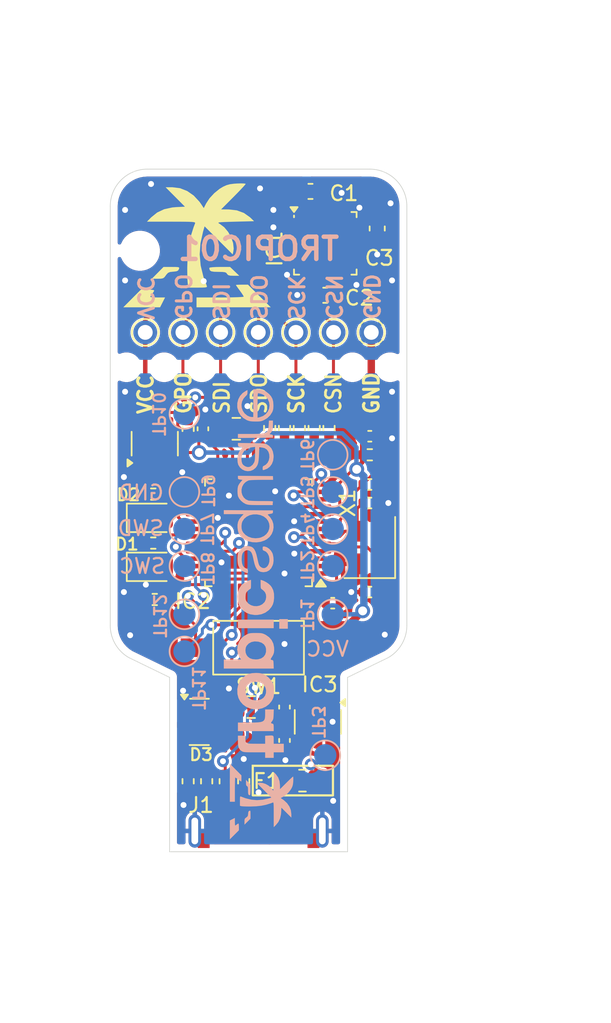
<source format=kicad_pcb>
(kicad_pcb (version 20241229) (generator "pcbnew") (generator_version "9.0")
  (layers (0 "F.Cu" signal) (2 "B.Cu" signal) (13 "F.Paste" user) (15 "B.Paste" user) (5 "F.SilkS" user "F.Silkscreen") (7 "B.SilkS" user "B.Silkscreen") (1 "F.Mask" user) (3 "B.Mask" user) (25 "Edge.Cuts" user))
  (net 0 "")
  (net 1 "GND")
  (net 2 "VCC")
  (net 3 "/USB_PWR_5V")
  (net 4 "/NRST")
  (net 5 "T_VCC")
  (net 6 "Net-(D1-A)")
  (net 7 "/USB_P")
  (net 8 "/USB_N")
  (net 9 "/T_PWR_ON")
  (net 10 "Net-(D2-A)")
  (net 11 "/SPI_MOSI")
  (net 12 "/SPI_CS")
  (net 13 "/SWCLK")
  (net 14 "/U2_TX")
  (net 15 "/SWDIO")
  (net 16 "/U2_RX")
  (net 17 "/SPI_SCK")
  (net 18 "/SPI_MISO")
  (net 19 "/GPO")
  (net 21 "Net-(IC4-QOD)")
  (net 22 "Net-(F1-Pad2)")
  (net 23 "Net-(J1-CC)")
  (net 24 "Net-(J1-D+)")
  (net 25 "Net-(J1-D-)")
  (net 26 "/BOOT0")
  (net 27 "Net-(IC2-PH0)")
  (net 28 "Net-(IC2-PH1)")
  (net 33 "Net-(IC1-SCK)")
  (net 36 "Net-(IC1-SDI)")
  (net 39 "Net-(IC1-SDO)")
  (net 42 "Net-(IC1-GPO)")
  (net 43 "Net-(IC1-CSN)")
  (net 55 "Net-(IC2-VCAP)")
  (net 60 "/LED_R")
  (net 63 "Net-(IC2-PB3)")
  (net 64 "Net-(IC2-PB2)")
  (net 65 "Net-(IC2-PB4)")
  (net 67 "/LED_G")
  (footprint "Capacitor_SMD:C_0603_1608Metric" (layer "F.Cu") (at 134.5 58.5)
    (property "Reference" "C2")
    (property "Value" "100n/603")
  )
  (footprint "_con_misc:USB_C_plug_UP20CFGFL-P12" (layer "F.Cu") (at 130 96)
    (property "Reference" "J1")
    (property "Value" "USB_C_Plug")
  )
  (footprint "Capacitor_SMD:C_0402_1005Metric" (layer "F.Cu") (at 126.25 67.5 -90)
    (property "Reference" "C13" (hide yes))
    (property "Value" "100n")
  )
  (footprint "Package_TO_SOT_SMD:SOT-23-3" (layer "F.Cu") (at 134 87.25 -90)
    (property "Reference" "IC3")
    (property "Value" "TPS7A0533PDBZR")
  )
  (footprint "Capacitor_SMD:C_0805_2012Metric" (layer "F.Cu") (at 128.5 67.5)
    (property "Reference" "C14" (hide yes))
    (property "Value" "4u7/16V")
  )
  (footprint "Resistor_SMD:R_0402_1005Metric" (layer "F.Cu") (at 134.75 67.45 -90)
    (property "Reference" "R7" (hide yes))
    (property "Value" "1k")
  )
  (footprint "Resistor_SMD:R_0402_1005Metric" (layer "F.Cu") (at 131.75 67.45 -90)
    (property "Reference" "R3" (hide yes))
    (property "Value" "1k")
  )
  (footprint "_mechanical:pad_1mm" (layer "F.Cu") (at 124.9 61)
    (property "Reference" "PAD3" (hide yes))
    (property "Value" "TP" (hide yes))
  )
  (footprint "_mechanical:Hole_1.5mm" (layer "F.Cu") (at 136.33 63.35)
    (property "Reference" "H4" (hide yes))
    (property "Value" "hole" (hide yes))
  )
  (footprint "_mechanical:Hole_1.5mm" (layer "F.Cu") (at 121.09 63.35 90)
    (property "Reference" "H1" (hide yes))
    (property "Value" "hole" (hide yes))
  )
  (footprint "Resistor_SMD:R_0402_1005Metric" (layer "F.Cu") (at 137.5 69.25)
    (property "Reference" "R1" (hide yes))
    (property "Value" "33k")
  )
  (footprint "_mechanical:pad_1mm" (layer "F.Cu") (at 135.06 61)
    (property "Reference" "PAD4" (hide yes))
    (property "Value" "TP" (hide yes))
  )
  (footprint "_mechanical:button_PTS636_M25SMTR" (layer "F.Cu") (at 130 82.25 180)
    (property "Reference" "SW1")
    (property "Value" "tact switch")
  )
  (footprint "_mechanical:pad_1mm" (layer "F.Cu") (at 129.98 61)
    (property "Reference" "PAD6" (hide yes))
    (property "Value" "TP" (hide yes))
  )
  (footprint "Capacitor_SMD:C_0402_1005Metric" (layer "F.Cu") (at 135 79.25 180)
    (property "Reference" "C9" (hide yes))
    (property "Value" "100n")
  )
  (footprint "tropic01_chip:QFN-32-1EP_4x4mm_P0.4mm_EP2.65x2.65mm" (layer "F.Cu") (at 134.5 55)
    (property "Reference" "IC1")
    (property "Value" "TROPIC01_chip")
  )
  (footprint "Crystal:Crystal_SMD_3225-4Pin_3.2x2.5mm" (layer "F.Cu") (at 137.5 75.5 90)
    (property "Reference" "X1")
    (property "Value" "8MHz")
  )
  (footprint "Capacitor_SMD:C_0402_1005Metric" (layer "F.Cu") (at 131.75 88.5 -90)
    (property "Reference" "C5" (hide yes))
    (property "Value" "100n")
  )
  (footprint "LED_SMD:LED_0805_2012Metric" (layer "F.Cu") (at 122.8 76.8)
    (property "Reference" "D1")
    (property "Value" "LED_R")
  )
  (footprint "Resistor_SMD:R_0402_1005Metric" (layer "F.Cu") (at 122.9 75.2)
    (property "Reference" "R13" (hide yes))
    (property "Value" "1k")
  )
  (footprint "Capacitor_SMD:C_0603_1608Metric" (layer "F.Cu") (at 133.5 51.5 180)
    (property "Reference" "C1")
    (property "Value" "100n/603")
  )
  (footprint "_mechanical:pad_1mm" (layer "F.Cu") (at 137.6 61)
    (property "Reference" "PAD2" (hide yes))
    (property "Value" "TP" (hide yes))
  )
  (footprint "Capacitor_SMD:C_0603_1608Metric" (layer "F.Cu") (at 138 54 90)
    (property "Reference" "C3")
    (property "Value" "100n/603")
  )
  (footprint "Capacitor_SMD:C_0402_1005Metric" (layer "F.Cu") (at 137.5 78.5 180)
    (property "Reference" "C11" (hide yes))
    (property "Value" "10p")
  )
  (footprint "Package_QFP:LQFP-48_7x7mm_P0.5mm" (layer "F.Cu") (at 130 74.5 180)
    (property "Reference" "IC2")
    (property "Value" "STM32U535CCTx")
  )
  (footprint "_mechanical:Hole_1.5mm" (layer "F.Cu") (at 133.79 63.35)
    (property "Reference" "H6" (hide yes))
    (property "Value" "hole" (hide yes))
  )
  (footprint "Resistor_SMD:R_0402_1005Metric" (layer "F.Cu") (at 125.25 67.5 90)
    (property "Reference" "R12" (hide yes))
    (property "Value" "220R")
  )
  (footprint "Resistor_SMD:R_0805_2012Metric_Pad1.20x1.40mm_HandSolder" (layer "F.Cu") (at 132.959484 91.208019)
    (property "Reference" "F1")
    (property "Value" "Fuse 500mA")
  )
  (footprint "LED_SMD:LED_0805_2012Metric" (layer "F.Cu") (at 122.8 73.5)
    (property "Reference" "D2")
    (property "Value" "LED_G")
  )
  (footprint "Capacitor_SMD:C_0805_2012Metric" (layer "F.Cu") (at 129.5 88.5 180)
    (property "Reference" "C4" (hide yes))
    (property "Value" "4u7/16V")
  )
  (footprint "_mechanical:Hole_1.5mm" (layer "F.Cu") (at 126.17 63.35 90)
    (property "Reference" "H3" (hide yes))
    (property "Value" "hole" (hide yes))
  )
  (footprint "Resistor_SMD:R_0402_1005Metric" (layer "F.Cu") (at 133.75 67.45 -90)
    (property "Reference" "R5" (hide yes))
    (property "Value" "1k")
  )
  (footprint "Resistor_SMD:R_0402_1005Metric" (layer "F.Cu") (at 122.9 71.9)
    (property "Reference" "R14" (hide yes))
    (property "Value" "1k")
  )
  (footprint "_mechanical:pad_1mm" (layer "F.Cu") (at 122.36 61)
    (property "Reference" "PAD1" (hide yes))
    (property "Value" "TP" (hide yes))
  )
  (footprint "_mechanical:Hole_1.5mm" (layer "F.Cu") (at 123.63 63.35 90)
    (property "Reference" "H2" (hide yes))
    (property "Value" "hole" (hide yes))
  )
  (footprint "Package_TO_SOT_SMD:SOT-23-6" (layer "F.Cu") (at 123 68.5 90)
    (property "Reference" "IC4" (hide yes))
    (property "Value" "TPS22917DBV")
  )
  (footprint "Resistor_SMD:R_0402_1005Metric" (layer "F.Cu") (at 126.5 91.25 90)
    (property "Reference" "R10" (hide yes))
    (property "Value" "10R")
  )
  (footprint "_mechanical:Hole_1.5mm" (layer "F.Cu") (at 138.87 63.35)
    (property "Reference" "H5" (hide yes))
    (property "Value" "hole" (hide yes))
  )
  (footprint "_mechanical:pad_1mm" (layer "F.Cu") (at 127.44 61)
    (property "Reference" "PAD7" (hide yes))
    (property "Value" "TP" (hide yes))
  )
  (footprint "_mechanical:Hole_1.5mm" (layer "F.Cu") (at 131.25 63.35)
    (property "Reference" "H8" (hide yes))
    (property "Value" "hole" (hide yes))
  )
  (footprint "Capacitor_SMD:C_0402_1005Metric" (layer "F.Cu") (at 137.5 72.5)
    (property "Reference" "C12" (hide yes))
    (property "Value" "10p")
  )
  (footprint "Resistor_SMD:R_0402_1005Metric" (layer "F.Cu") (at 130.75 67.45 -90)
    (property "Reference" "R2" (hide yes))
    (property "Value" "1k")
  )
  (footprint "Resistor_SMD:R_0402_1005Metric" (layer "F.Cu") (at 127.75 91.25 -90)
    (property "Reference" "R11" (hide yes))
    (property "Value" "1k5")
  )
  (footprint "Capacitor_SMD:C_0402_1005Metric" (layer "F.Cu") (at 137.5 71.25)
    (property "Reference" "C10" (hide yes))
    (property "Value" "10n")
  )
  (footprint "_mechanical:Hole_2.2mm" (layer "F.Cu") (at 122 55.5)
    (property "Reference" "H9" (hide yes))
    (property "Value" "hole 2.2mm" (hide yes))
  )
  (footprint "Capacitor_SMD:C_0402_1005Metric" (layer "F.Cu") (at 137.5 68 180)
    (property "Reference" "C8" (hide yes))
    (property "Value" "10n")
  )
  (footprint "_mechanical:pad_1mm" (layer "F.Cu") (at 132.52 61)
    (property "Reference" "PAD5" (hide yes))
    (property "Value" "TP" (hide yes))
  )
  (footprint "Capacitor_SMD:C_0805_2012Metric" (layer "F.Cu") (at 129.5 86.25 180)
    (property "Reference" "C7" (hide yes))
    (property "Value" "4u7/16V")
  )
  (footprint "ts_logo:tropicsquare_palm_10" (layer "F.Cu") (at 125.75 55)
    (property "Reference" "G1" (hide yes))
    (property "Value" "logo" (hide yes))
  )
  (footprint "Capacitor_SMD:C_0402_1005Metric" (layer "F.Cu") (at 131.75 86.25 -90)
    (property "Reference" "C6" (hide yes))
    (property "Value" "100n")
  )
  (footprint "Resistor_SMD:R_0402_1005Metric" (layer "F.Cu") (at 132.75 67.45 -90)
    (property "Reference" "R4" (hide yes))
    (property "Value" "1k")
  )
  (footprint "Resistor_SMD:R_0402_1005Metric" (layer "F.Cu") (at 129 91.25 90)
    (property "Reference" "R8" (hide yes))
    (property "Value" "5k1")
  )
  (footprint "_mechanical:Hole_1.5mm" (layer "F.Cu") (at 128.71 63.35)
    (property "Reference" "H7" (hide yes))
    (property "Value" "hole" (hide yes))
  )
  (footprint "Resistor_SMD:R_0402_1005Metric" (layer "F.Cu") (at 125.25 91.25 90)
    (property "Reference" "R9" (hide yes))
    (property "Value" "10R")
  )
  (footprint "Resistor_SMD:R_0402_1005Metric" (layer "F.Cu") (at 123 79 180)
    (property "Reference" "R6" (hide yes))
    (property "Value" "1k")
  )
  (footprint "Package_TO_SOT_SMD:SOT-143" (layer "F.Cu") (at 126 87.25)
    (property "Reference" "D3")
    (property "Value" "PRTR5V0U2X")
  )
  (footprint "Fiducial:Fiducial_0.5mm_Mask1mm" (layer "F.Cu") (at 122.75 81.75)
    (property "Reference" "FID1" (hide yes))
    (property "Value" "Fiducial" (hide yes))
  )
  (footprint "_mechanical:TestPoint_1.5mm_noth" (layer "B.Cu") (at 125 74.25)
    (property "Reference" "TP7")
    (property "Value" "TP" (hide yes))
  )
  (footprint "_mechanical:TestPoint_1.5mm_noth" (layer "B.Cu") (at 135 76.75 180)
    (property "Reference" "TP2")
    (property "Value" "TP" (hide yes))
  )
  (footprint "_mechanical:TestPoint_1.5mm_noth" (layer "B.Cu") (at 135 71.75)
    (property "Reference" "TP5")
    (property "Value" "TP" (hide yes))
  )
  (footprint "ts_logo:tropicsquare_logo_7" (layer "B.Cu") (at 130.341603 79.949705 90)
    (property "Reference" "G2" (hide yes))
    (property "Value" "logo" (hide yes))
  )
  (footprint "_mechanical:TestPoint_1.5mm_noth" (layer "B.Cu") (at 135 69.25)
    (property "Reference" "TP6")
    (property "Value" "TP" (hide yes))
  )
  (footprint "_mechanical:TestPoint_1.5mm_noth" (layer "B.Cu") (at 125 66.5)
    (property "Reference" "TP10")
    (property "Value" "TP" (hide yes))
  )
  (footprint "_mechanical:TestPoint_1.5mm_noth" (layer "B.Cu") (at 125 80)
    (property "Reference" "TP12")
    (property "Value" "TP" (hide yes))
  )
  (footprint "_mechanical:TestPoint_1.5mm_noth" (layer "B.Cu") (at 125 76.75)
    (property "Reference" "TP8")
    (property "Value" "TP" (hide yes))
  )
  (footprint "_mechanical:TestPoint_1.5mm_noth" (layer "B.Cu") (at 125 82.5)
    (property "Reference" "TP11")
    (property "Value" "TP" (hide yes))
  )
  (footprint "_mechanical:TestPoint_1.5mm_noth" (layer "B.Cu") (at 125 71.75)
    (property "Reference" "TP9")
    (property "Value" "TP" (hide yes))
  )
  (footprint "_mechanical:TestPoint_1.5mm_noth" (layer "B.Cu") (at 134.5 89.5 180)
    (property "Reference" "TP3")
    (property "Value" "TP" (hide yes))
  )
  (footprint "_mechanical:TestPoint_1.5mm_noth" (layer "B.Cu") (at 135 74.25)
    (property "Reference" "TP4")
    (property "Value" "TP" (hide yes))
  )
  (footprint "_mechanical:TestPoint_1.5mm_noth" (layer "B.Cu") (at 135 80 180)
    (property "Reference" "TP1")
    (property "Value" "TP" (hide yes))
  )
  (gr_rect (start 129.609485 90.208019) (end 135.016138 92.201365) (stroke (width 0.15)) (fill no) (layer "F.SilkS"))
  (gr_line (start 137.5 50) (end 122.5 50) (stroke (width 0.05)) (layer "Edge.Cuts"))
  (gr_line (start 138.749999 82.915064) (end 136 84.25) (stroke (width 0.05)) (layer "Edge.Cuts"))
  (gr_line (start 136 96) (end 136 84.25) (stroke (width 0.05)) (layer "Edge.Cuts"))
  (gr_line (start 124 84.25) (end 124 96) (stroke (width 0.05)) (layer "Edge.Cuts"))
  (gr_arc (start 120 52.5) (mid 120.732233 50.732233) (end 122.5 50) (stroke (width 0.05)) (layer "Edge.Cuts"))
  (gr_arc (start 121.25 82.915064) (mid 120.334936 82) (end 120 80.75) (stroke (width 0.05)) (layer "Edge.Cuts"))
  (gr_arc (start 140 80.75) (mid 139.665063 82) (end 138.75 82.915064) (stroke (width 0.05)) (layer "Edge.Cuts"))
  (gr_arc (start 137.5 50) (mid 139.267767 50.732233) (end 140 52.5) (stroke (width 0.05)) (layer "Edge.Cuts"))
  (gr_line (start 120 52.5) (end 120 80.75) (stroke (width 0.05)) (layer "Edge.Cuts"))
  (gr_line (start 124 96) (end 136 96) (stroke (width 0.05)) (layer "Edge.Cuts"))
  (gr_line (start 140 80.75) (end 140 52.5) (stroke (width 0.05)) (layer "Edge.Cuts"))
  (gr_line (start 121.25 82.915063) (end 124 84.25) (stroke (width 0.05)) (layer "Edge.Cuts"))
  (gr_text "SDO" (at 130.62 66.6 90) (layer "F.SilkS") (effects (font (size 1 0.9) (thickness 0.18) (bold yes)) (justify left bottom)))
  (gr_text "VCC" (at 122.39 66.6 90) (layer "F.SilkS") (effects (font (size 1 0.9) (thickness 0.2) (bold yes)) (justify left)))
  (gr_text "GPO" (at 125.52 66.6 90) (layer "F.SilkS") (effects (font (size 1 0.9) (thickness 0.2) (bold yes)) (justify left bottom)))
  (gr_text "CSN" (at 135.64 66.6 90) (layer "F.SilkS") (effects (font (size 1 0.9) (thickness 0.18) (bold yes)) (justify left bottom)))
  (gr_text "SCK" (at 133.14 66.6 90) (layer "F.SilkS") (effects (font (size 1 0.9) (thickness 0.2) (bold yes)) (justify left bottom)))
  (gr_text "SDI" (at 128.11 66.6 90) (layer "F.SilkS") (effects (font (size 1 0.9) (thickness 0.18) (bold yes)) (justify left bottom)))
  (gr_text "GND" (at 137.62 66.6 90) (layer "F.SilkS") (effects (font (size 1 0.9) (thickness 0.2) (bold yes)) (justify left)))
  (gr_text "SWC" (at 123.8 76.75 0) (layer "B.SilkS") (effects (font (size 1 1)) (justify left mirror)))
  (gr_text "SCK" (at 132.52 60.25 270) (layer "B.SilkS") (effects (font (size 1 1) (thickness 0.2) (bold yes)) (justify left mirror)))
  (gr_text "SWD" (at 123.7 74.2 0) (layer "B.SilkS") (effects (font (size 1 1)) (justify left mirror)))
  (gr_text "VCC" (at 136.18 82.92 0) (layer "B.SilkS") (effects (font (size 1 1)) (justify left bottom mirror)))
  (gr_text "GND" (at 137.6 60.25 270) (layer "B.SilkS") (effects (font (size 1 1) (thickness 0.2) (bold yes)) (justify left mirror)))
  (gr_text "TROPIC01" (at 130 56.25 0) (layer "B.SilkS") (effects (font (size 1.5 1.5) (thickness 0.3) (bold yes)) (justify bottom mirror)))
  (gr_text "SDO" (at 129.98 60.25 270) (layer "B.SilkS") (effects (font (size 1 1) (thickness 0.2) (bold yes)) (justify left mirror)))
  (gr_text "VCC" (at 122.36 60.25 270) (layer "B.SilkS") (effects (font (size 1 1) (thickness 0.2) (bold yes)) (justify left mirror)))
  (gr_text "SDI" (at 127.44 60.25 270) (layer "B.SilkS") (effects (font (size 1 1) (thickness 0.2) (bold yes)) (justify left mirror)))
  (gr_text "GND" (at 123.7 71.8 0) (layer "B.SilkS") (effects (font (size 1 1)) (justify left mirror)))
  (gr_text "CSN" (at 135.06 60.25 270) (layer "B.SilkS") (effects (font (size 1 1) (thickness 0.2) (bold yes)) (justify left mirror)))
  (gr_text "GPO" (at 124.9 60.25 270) (layer "B.SilkS") (effects (font (size 1 1) (thickness 0.2) (bold yes)) (justify left mirror)))
  (segment (start 134.3 56.95) (end 134.3 55.2) (width 0.2) (layer "F.Cu") (net 1))
  (segment (start 126.499 95.399) (end 130.1 95.399) (width 0.2) (layer "F.Cu") (net 1))
  (segment (start 132.55 54) (end 131.08 54) (width 0.2) (layer "F.Cu") (net 1))
  (segment (start 130.75 94.19) (end 130.75 95.399) (width 0.2) (layer "F.Cu") (net 1))
  (segment (start 123.301001 70.601) (end 124.676843 70.601) (width 0.2) (layer "F.Cu") (net 1))
  (segment (start 134.3 94.65) (end 133.7 95.25) (width 0.2) (layer "F.Cu") (net 1))
  (segment (start 131.08 54) (end 131 53.92) (width 0.2) (layer "F.Cu") (net 1))
  (segment (start 133.9 53.05) (end 133.9 54.4) (width 0.2) (layer "F.Cu") (net 1))
  (segment (start 132.25 78.6625) (end 132.25 77.75) (width 0.2) (layer "F.Cu") (net 1))
  (segment (start 127.75 71.75) (end 128 72) (width 0.2) (layer "F.Cu") (net 1))
  (segment (start 133.5 56.95) (end 133.5 56) (width 0.2) (layer "F.Cu") (net 1))
  (segment (start 133.5 53.05) (end 133.5 54) (width 0.2) (layer "F.Cu") (net 1))
  (segment (start 132.26 87.24) (end 134.99 87.24) (width 0.2) (layer "F.Cu") (net 1))
  (segment (start 127.25 76.75) (end 125.8375 76.75) (width 0.2) (layer "F.Cu") (net 1))
  (segment (start 133.5 54) (end 134.5 55) (width 0.2) (layer "F.Cu") (net 1))
  (segment (start 133.5 52.28) (end 134.07 52.28) (width 0.2) (layer "F.Cu") (net 1))
  (segment (start 125.7 94.6) (end 125.7 94.65) (width 0.2) (layer "F.Cu") (net 1))
  (segment (start 126.25 66.361) (end 126.411 66.2) (width 0.2) (layer "F.Cu") (net 1))
  (segment (start 123 70.299999) (end 123.301001 70.601) (width 0.2) (layer "F.Cu") (net 1))
  (segment (start 133.5 56.95) (end 133.5 57.66) (width 0.2) (layer "F.Cu") (net 1))
  (segment (start 126.3 95.25) (end 126.35 95.25) (width 0.2) (layer "F.Cu") (net 1))
  (segment (start 130.1 95.399) (end 130.699 95.399) (width 0.2) (layer "F.Cu") (net 1))
  (segment (start 130.75 95.399) (end 130.699 95.399) (width 0.2) (layer "F.Cu") (net 1))
  (segment (start 127.5 76.5) (end 127.25 76.75) (width 0.2) (layer "F.Cu") (net 1))
  (segment (start 132.55 54.4) (end 133.9 54.4) (width 0.2) (layer "F.Cu") (net 1))
  (segment (start 134.3 55.2) (end 134.5 55) (width 0.2) (layer "F.Cu") (net 1))
  (segment (start 133.1 57.73) (end 133.43 57.73) (width 0.2) (layer "F.Cu") (net 1))
  (segment (start 131.48 54.4) (end 131 53.92) (width 0.2) (layer "F.Cu") (net 1))
  (segment (start 133.5 53.05) (end 133.5 52.28) (width 0.2) (layer "F.Cu") (net 1))
  (segment (start 133.5 56) (end 134.5 55) (width 0.2) (layer "F.Cu") (net 1))
  (segment (start 134.3 94.6) (end 134.3 94.65) (width 0.2) (layer "F.Cu") (net 1))
  (segment (start 124.676843 70.601) (end 124.854923 70.42292) (width 0.2) (layer "F.Cu") (net 1))
  (segment (start 132.25 77.75) (end 131.75 77.25) (width 0.2) (layer "F.Cu") (net 1))
  (segment (start 133.9 54.4) (end 134.5 55) (width 0.2) (layer "F.Cu") (net 1))
  (segment (start 133.9 53.05) (end 133.9 52.29) (width 0.2) (layer "F.Cu") (net 1))
  (segment (start 132.55 54.4) (end 131.48 54.4) (width 0.2) (layer "F.Cu") (net 1))
  (segment (start 132.42 73.75) (end 132.4 73.73) (width 0.2) (layer "F.Cu") (net 1))
  (segment (start 123 69.6375) (end 123 70.299999) (width 0.2) (layer "F.Cu") (net 1))
  (segment (start 136.45 54) (end 135.5 54) (width 0.2) (layer "F.Cu") (net 1))
  (segment (start 134.1625 73.75) (end 132.42 73.75) (width 0.2) (layer "F.Cu") (net 1))
  (segment (start 133.43 57.73) (end 133.5 57.66) (width 0.2) (layer "F.Cu") (net 1))
  (segment (start 135.5 54) (end 134.5 55) (width 0.2) (layer "F.Cu") (net 1))
  (segment (start 132.55 54) (end 133.5 54) (width 0.2) (layer "F.Cu") (net 1))
  (segment (start 134.07 52.28) (end 134.08 52.29) (width 0.2) (layer "F.Cu") (net 1))
  (segment (start 133.551 95.399) (end 130.699 95.399) (width 0.2) (layer "F.Cu") (net 1))
  (segment (start 126.25 67.02) (end 126.25 66.361) (width 0.2) (layer "F.Cu") (net 1))
  (segment (start 127.75 70.3375) (end 127.75 71.75) (width 0.2) (layer "F.Cu") (net 1))
  (segment (start 126.35 95.25) (end 126.499 95.399) (width 0.2) (layer "F.Cu") (net 1))
  (segment (start 133.7 95.25) (end 133.551 95.399) (width 0.2) (layer "F.Cu") (net 1))
  (segment (start 133.1 56.95) (end 133.1 57.73) (width 0.2) (layer "F.Cu") (net 1))
  (segment (start 138 54) (end 138 54.775) (width 0.2) (layer "F.Cu") (net 1))
  (segment (start 131.75 86.73) (end 132.26 87.24) (width 0.2) (layer "F.Cu") (net 1))
  (segment (start 125.7 94.65) (end 126.3 95.25) (width 0.2) (layer "F.Cu") (net 1))
  (segment (start 137.6 64.8) (end 137.6 61.35) (width 0.5) (layer "F.Cu") (net 1))
  (segment (start 136.45 54) (end 138 54) (width 0.2) (layer "F.Cu") (net 1))
  (via (at 126.411 66.2) (size 0.8) (drill 0.4) (layers "F.Cu" "B.Cu") (net 1))
  (via (at 129.25 65.97) (size 0.8) (drill 0.4) (layers "F.Cu" "B.Cu") (net 1))
  (via (at 128 85) (size 0.8) (drill 0.4) (layers "F.Cu" "B.Cu") (net 1))
  (via (at 129 89.75) (size 0.8) (drill 0.4) (layers "F.Cu" "B.Cu") (net 1))
  (via (at 121 65) (size 0.8) (drill 0.4) (layers "F.Cu" "B.Cu") (net 1))
  (via (at 122.75 51) (size 0.8) (drill 0.4) (layers "F.Cu" "B.Cu") (net 1))
  (via (at 136.25 78.5) (size 0.8) (drill 0.4) (layers "F.Cu" "B.Cu") (net 1))
  (via (at 138 55.75) (size 0.8) (drill 0.4) (layers "F.Cu" "B.Cu") (net 1))
  (via (at 127.25 73.5) (size 0.8) (drill 0.4) (layers "F.Cu" "B.Cu") (net 1))
  (via (at 131.92 57.12) (size 0.8) (drill 0.4) (layers "F.Cu" "B.Cu") (net 1))
  (via (at 132.41 75.91) (size 0.8) (drill 0.4) (layers "F.Cu" "B.Cu") (net 1))
  (via (at 136.8 52.6) (size 0.8) (drill 0.4) (layers "F.Cu" "B.Cu") (net 1))
  (via (at 131.75 82) (size 0.8) (drill 0.4) (layers "F.Cu" "B.Cu") (net 1))
  (via (at 138.51 81.37) (size 0.8) (drill 0.4) (layers "F.Cu" "B.Cu") (net 1))
  (via (at 131 52.75) (size 0.8) (drill 0.4) (layers "F.Cu" "B.Cu") (net 1))
  (via (at 122.4 78) (size 0.8) (drill 0.4) (layers "F.Cu" "B.Cu") (net 1))
  (via (at 126.3 57.55) (size 0.8) (drill 0.4) (layers "F.Cu" "B.Cu") (net 1))
  (via (at 121 57.5) (size 0.8) (drill 0.4) (layers "F.Cu" "B.Cu") (net 1))
  (via (at 131 53.92) (size 0.8) (drill 0.4) (layers "F.Cu" "B.Cu") (net 1))
  (via (at 124.854923 70.42292) (size 0.8) (drill 0.4) (layers "F.Cu" "B.Cu") (net 1))
  (via (at 138.9 52.3) (size 0.8) (drill 0.4) (layers "F.Cu" "B.Cu") (net 1))
  (via (at 121.34 81.41) (size 0.8) (drill 0.4) (layers "F.Cu" "B.Cu") (net 1))
  (via (at 132.4 73.73) (size 0.8) (drill 0.4) (layers "F.Cu" "B.Cu") (net 1))
  (via (at 136.6 57.8) (size 0.8) (drill 0.4) (layers "F.Cu" "B.Cu") (net 1))
  (via (at 131.12 71.71) (size 0.8) (drill 0.4) (layers "F.Cu" "B.Cu") (net 1))
  (via (at 120.92 70.75) (size 0.8) (drill 0.4) (layers "F.Cu" "B.Cu") (net 1))
  (via (at 130 92) (size 0.8) (drill 0.4) (layers "F.Cu" "B.Cu") (net 1))
  (via (at 121 52.75) (size 0.8) (drill 0.4) (layers "F.Cu" "B.Cu") (net 1))
  (via (at 128 72) (size 0.8) (drill 0.4) (layers "F.Cu" "B.Cu") (net 1))
  (via (at 124.91 85.15) (size 0.8) (drill 0.4) (layers "F.Cu" "B.Cu") (net 1))
  (via (at 139 65) (size 0.8) (drill 0.4) (layers "F.Cu" "B.Cu") (net 1))
  (via (at 135.03 92.57) (size 0.8) (drill 0.4) (layers "F.Cu" "B.Cu") (net 1))
  (via (at 127.5 76.5) (size 0.8) (drill 0.4) (layers "F.Cu" "B.Cu") (net 1))
  (via (at 130.1 51.3) (size 0.8) (drill 0.4) (layers "F.Cu" "B.Cu") (net 1))
  (via (at 132.61 58.48) (size 0.8) (drill 0.4) (layers "F.Cu" "B.Cu") (net 1))
  (via (at 138.75 72.5) (size 0.8) (drill 0.4) (layers "F.Cu" "B.Cu") (net 1))
  (via (at 135.6 51.6) (size 0.8) (drill 0.4) (layers "F.Cu" "B.Cu") (net 1))
  (via (at 120.92 78.5) (size 0.8) (drill 0.4) (layers "F.Cu" "B.Cu") (net 1))
  (via (at 124.94 92.85) (size 0.8) (drill 0.4) (layers "F.Cu" "B.Cu") (net 1))
  (via (at 131.81 89.83) (size 0.8) (drill 0.4) (layers "F.Cu" "B.Cu") (net 1))
  (via (at 139 57.5) (size 0.8) (drill 0.4) (layers "F.Cu" "B.Cu") (net 1))
  (via (at 134.99 87.24) (size 0.8) (drill 0.4) (layers "F.Cu" "B.Cu") (net 1))
  (via (at 131.75 77.25) (size 0.8) (drill 0.4) (layers "F.Cu" "B.Cu") (net 1))
  (via (at 139 68.14) (size 0.8) (drill 0.4) (layers "F.Cu" "B.Cu") (net 1))
  (segment (start 133.5 78.89) (end 133.86 79.25) (width 0.2) (layer "F.Cu") (net 2))
  (segment (start 130.705 85.045) (end 132.75 83) (width 0.5) (layer "F.Cu") (net 2))
  (segment (start 135 73.25) (end 135.475 72.775) (width 0.2) (layer "F.Cu") (net 2))
  (segment (start 136.08 80.71) (end 134.53 80.71) (width 0.5) (layer "F.Cu") (net 2))
  (segment (start 125.8375 77.25) (end 125.8875 77.3) (width 0.2) (layer "F.Cu") (net 2))
  (segment (start 130.45 86.25) (end 130.45 85.3) (width 0.3) (layer "F.Cu") (net 2))
  (segment (start 137.02 79.77) (end 136.08 80.71) (width 0.5) (layer "F.Cu") (net 2))
  (segment (start 125.975 68.225) (end 125.975 69.075) (width 0.2) (layer "F.Cu") (net 2))
  (segment (start 136.382749 70.227251) (end 136.618387 70.227251) (width 0.2) (layer "F.Cu") (net 2))
  (segment (start 126.568724 77.223) (end 130.577 77.223) (width 0.2) (layer "F.Cu") (net 2))
  (segment (start 134.25 82.25) (end 132.75 82.25) (width 0.3) (layer "F.Cu") (net 2))
  (segment (start 131.75 85.77) (end 130.93 85.77) (width 0.3) (layer "F.Cu") (net 2))
  (segment (start 134.52 79.25) (end 134.52 80.7) (width 0.3) (layer "F.Cu") (net 2))
  (segment (start 135.475 72.775) (end 135.475 71.135) (width 0.2) (layer "F.Cu") (net 2))
  (segment (start 136.99 68.03) (end 137.02 68) (width 0.3) (layer "F.Cu") (net 2))
  (segment (start 125.975 69.075) (end 126 69.1) (width 0.2) (layer "F.Cu") (net 2))
  (segment (start 136.618387 70.131613) (end 136.99 69.76) (width 0.3) (layer "F.Cu") (net 2))
  (segment (start 127.25 70.3375) (end 127.25 68.98) (width 0.2) (layer "F.Cu") (net 2))
  (segment (start 127.75 90.05) (end 127.6 89.9) (width 0.2) (layer "F.Cu") (net 2))
  (segment (start 126.25 67.98) (end 126.22 67.98) (width 0.2) (layer "F.Cu") (net 2))
  (segment (start 135.26 78.06) (end 134.52 78.8) (width 0.2) (layer "F.Cu") (net 2))
  (segment (start 135.08 77.25) (end 135.26 77.43) (width 0.2) (layer "F.Cu") (net 2))
  (segment (start 124.624 68.674) (end 125.05 69.1) (width 0.2) (layer "F.Cu") (net 2))
  (segment (start 132.75 82.25) (end 132.75 80.97) (width 0.5) (layer "F.Cu") (net 2))
  (segment (start 134.1625 77.25) (end 135.08 77.25) (width 0.2) (layer "F.Cu") (net 2))
  (segment (start 125.8875 77.3) (end 126.491724 77.3) (width 0.2) (layer "F.Cu") (net 2))
  (segment (start 122.351001 68.674) (end 124.624 68.674) (width 0.2) (layer "F.Cu") (net 2))
  (segment (start 133.39 79.72) (end 133.86 79.25) (width 0.2) (layer "F.Cu") (net 2))
  (segment (start 126.22 67.98) (end 125.975 68.225) (width 0.2) (layer "F.Cu") (net 2))
  (segment (start 130.93 85.77) (end 130.45 86.25) (width 0.3) (layer "F.Cu") (net 2))
  (segment (start 133.05 85.3) (end 132.75 85) (width 0.3) (layer "F.Cu") (net 2))
  (segment (start 131.991364 76.5) (end 133.5 78.008636) (width 0.2) (layer "F.Cu") (net 2))
  (segment (start 136.618387 70.227251) (end 136.618387 70.131613) (width 0.3) (layer "F.Cu") (net 2))
  (segment (start 126 69.1) (end 126 69) (width 0.3) (layer "F.Cu") (net 2))
  (segment (start 130.577 77.223) (end 131.3 76.5) (width 0.2) (layer "F.Cu") (net 2))
  (segment (start 134.53 80.71) (end 133.01 80.71) (width 0.5) (layer "F.Cu") (net 2))
  (segment (start 132.75 79.57) (end 132.9 79.72) (width 0.2) (layer "F.Cu") (net 2))
  (segment (start 132.75 78.6625) (end 132.75 79.57) (width 0.2) (layer "F.Cu") (net 2))
  (segment (start 125.05 69.1) (end 126 69.1) (width 0.2) (layer "F.Cu") (net 2))
  (segment (start 132.75 85) (end 132.52 85) (width 0.3) (layer "F.Cu") (net 2))
  (segment (start 136.99 69.25) (end 136.99 68.03) (width 0.3) (layer "F.Cu") (net 2))
  (segment (start 130.62 84.95) (end 130.705 85.035) (width 0.2) (layer "F.Cu") (net 2))
  (segment (start 127.75 90.74) (end 127.75 90.05) (width 0.2) (layer "F.Cu") (net 2))
  (segment (start 136.99 69.76) (end 136.99 69.25) (width 0.3) (layer "F.Cu") (net 2))
  (segment (start 133.01 80.71) (end 132.75 80.97) (width 0.5) (layer "F.Cu") (net 2))
  (segment (start 126.491724 77.3) (end 126.568724 77.223) (width 0.2) (layer "F.Cu") (net 2))
  (segment (start 132.75 83) (end 132.75 82.25) (width 0.5) (layer "F.Cu") (net 2))
  (segment (start 133.5 78.008636) (end 133.5 78.89) (width 0.2) (layer "F.Cu") (net 2))
  (segment (start 131.3 76.5) (end 131.991364 76.5) (width 0.2) (layer "F.Cu") (net 2))
  (segment (start 122.05 69.6375) (end 122.05 68.975001) (width 0.2) (layer "F.Cu") (net 2))
  (segment (start 122.05 68.975001) (end 122.351001 68.674) (width 0.2) (layer "F.Cu") (net 2))
  (segment (start 130.705 85.035) (end 130.705 85.045) (width 0.2) (layer "F.Cu") (net 2))
  (segment (start 134.52 80.7) (end 134.53 80.71) (width 0.3) (layer "F.Cu") (net 2))
  (segment (start 132.9 79.72) (end 133.39 79.72) (width 0.2) (layer "F.Cu") (net 2))
  (segment (start 134.52 78.8) (end 134.52 79.25) (width 0.2) (layer "F.Cu") (net 2))
  (segment (start 127.25 68.98) (end 126.25 67.98) (width 0.2) (layer "F.Cu") (net 2))
  (segment (start 133.05 86.1125) (end 133.05 85.3) (width 0.3) (layer "F.Cu") (net 2))
  (segment (start 129.75 84.95) (end 130.62 84.95) (width 0.2) (layer "F.Cu") (net 2))
  (segment (start 134.1625 73.25) (end 135 73.25) (width 0.2) (layer "F.Cu") (net 2))
  (segment (start 132.52 85) (end 131.75 85.77) (width 0.3) (layer "F.Cu") (net 2))
  (segment (start 133.86 79.25) (end 134.52 79.25) (width 0.2) (layer "F.Cu") (net 2))
  (segment (start 130.45 85.3) (end 130.705 85.045) (width 0.5) (layer "F.Cu") (net 2))
  (segment (start 135.475 71.135) (end 136.382749 70.227251) (width 0.2) (layer "F.Cu") (net 2))
  (segment (start 135.26 77.43) (end 135.26 78.06) (width 0.2) (layer "F.Cu") (net 2))
  (via (at 137.02 79.77) (size 1) (drill 0.6) (layers "F.Cu" "B.Cu") (net 2))
  (via (at 127.6 89.9) (size 0.8) (drill 0.4) (layers "F.Cu" "B.Cu") (net 2))
  (via (at 126 69.1) (size 1) (drill 0.6) (layers "F.Cu" "B.Cu") (net 2))
  (via (at 129.75 84.95) (size 0.8) (drill 0.4) (layers "F.Cu" "B.Cu") (net 2))
  (via (at 136.618387 70.227251) (size 1) (drill 0.6) (layers "F.Cu" "B.Cu") (net 2))
  (segment (start 129.3 69.1) (end 130.6 67.8) (width 0.3) (layer "B.Cu") (net 2))
  (segment (start 136.79 80) (end 137.02 79.77) (width 0.3) (layer "B.Cu") (net 2))
  (segment (start 129.25 88.25) (end 127.6 89.9) (width 0.2) (layer "B.Cu") (net 2))
  (segment (start 136.6 68.75) (end 136.6 70.208864) (width 0.3) (layer "B.Cu") (net 2))
  (segment (start 135.65 67.8) (end 136.6 68.75) (width 0.3) (layer "B.Cu") (net 2))
  (segment (start 136.6 70.208864) (end 136.618387 70.227251) (width 0.3) (layer "B.Cu") (net 2))
  (segment (start 135 80) (end 136.79 80) (width 0.3) (layer "B.Cu") (net 2))
  (segment (start 129.75 86.25) (end 129.25 86.75) (width 0.2) (layer "B.Cu") (net 2))
  (segment (start 137.101 70.709864) (end 136.618387 70.227251) (width 0.5) (layer "B.Cu") (net 2))
  (segment (start 137.101 79.439) (end 137.101 70.709864) (width 0.5) (layer "B.Cu") (net 2))
  (segment (start 129.25 86.75) (end 129.25 88.25) (width 0.2) (layer "B.Cu") (net 2))
  (segment (start 129.75 84.95) (end 129.75 86.25) (width 0.2) (layer "B.Cu") (net 2))
  (segment (start 137.02 79.77) (end 137.101 79.439) (width 0.5) (layer "B.Cu") (net 2))
  (segment (start 126 69.1) (end 129.3 69.1) (width 0.3) (layer "B.Cu") (net 2))
  (segment (start 130.6 67.8) (end 135.65 67.8) (width 0.3) (layer "B.Cu") (net 2))
  (segment (start 133.04 88.39) (end 133.0425 88.3875) (width 0.3) (layer "F.Cu") (net 3))
  (segment (start 133.0425 88.3875) (end 134 88.3875) (width 0.3) (layer "F.Cu") (net 3))
  (segment (start 131.959484 91.208019) (end 131.348019 91.208019) (width 0.5) (layer "F.Cu") (net 3))
  (segment (start 130.93 88.02) (end 130.45 88.5) (width 0.3) (layer "F.Cu") (net 3))
  (segment (start 129.374 87.424) (end 130.45 88.5) (width 0.3) (layer "F.Cu") (net 3))
  (segment (start 131.75 88.02) (end 130.93 88.02) (width 0.3) (layer "F.Cu") (net 3))
  (segment (start 130.45 90.31) (end 130.45 88.5) (width 0.5) (layer "F.Cu") (net 3))
  (segment (start 132.67 88.02) (end 133.04 88.39) (width 0.3) (layer "F.Cu") (net 3))
  (segment (start 128.124 87.424) (end 129.374 87.424) (width 0.3) (layer "F.Cu") (net 3))
  (segment (start 127 86.3) (end 128.124 87.424) (width 0.3) (layer "F.Cu") (net 3))
  (segment (start 131.75 88.02) (end 132.67 88.02) (width 0.3) (layer "F.Cu") (net 3))
  (segment (start 131.348019 91.208019) (end 130.45 90.31) (width 0.5) (layer "F.Cu") (net 3))
  (segment (start 136.06 72.21) (end 137.02 71.25) (width 0.2) (layer "F.Cu") (net 4))
  (segment (start 136.06 73.06) (end 136.06 72.21) (width 0.2) (layer "F.Cu") (net 4))
  (segment (start 135.51 74.02) (end 135.51 73.61) (width 0.2) (layer "F.Cu") (net 4))
  (segment (start 138.01 70.26) (end 137.02 71.25) (width 0.2) (layer "F.Cu") (net 4))
  (segment (start 135.28 74.25) (end 135.51 74.02) (width 0.2) (layer "F.Cu") (net 4))
  (segment (start 134.1625 74.25) (end 133.34 74.25) (width 0.2) (layer "F.Cu") (net 4))
  (segment (start 132.79 74.8) (end 132.39 74.8) (width 0.2) (layer "F.Cu") (net 4))
  (segment (start 135.51 73.61) (end 136.06 73.06) (width 0.2) (layer "F.Cu") (net 4))
  (segment (start 138.01 69.25) (end 138.01 70.26) (width 0.2) (layer "F.Cu") (net 4))
  (segment (start 134.1625 74.25) (end 135.28 74.25) (width 0.2) (layer "F.Cu") (net 4))
  (segment (start 133.34 74.25) (end 132.79 74.8) (width 0.2) (layer "F.Cu") (net 4))
  (via (at 132.39 74.8) (size 0.8) (drill 0.4) (layers "F.Cu" "B.Cu") (net 4))
  (segment (start 133.05 74.8) (end 132.39 74.8) (width 0.2) (layer "B.Cu") (net 4))
  (segment (start 135 76.75) (end 133.05 74.8) (width 0.2) (layer "B.Cu") (net 4))
  (segment (start 122.05 64.49) (end 122.05 65.75) (width 0.3) (layer "F.Cu") (net 5))
  (segment (start 136.87565 54.4) (end 137.11 54.63435) (width 0.2) (layer "F.Cu") (net 5))
  (segment (start 136.9 50.65) (end 138 51.75) (width 0.3) (layer "F.Cu") (net 5))
  (segment (start 138.85 55.269408) (end 138.825 55.244408) (width 0.3) (layer "F.Cu") (net 5))
  (segment (start 137.11 57.062082) (end 137.5 57.452082) (width 0.2) (layer "F.Cu") (net 5))
  (segment (start 136.45 53.6) (end 137.625 53.6) (width 0.2) (layer "F.Cu") (net 5))
  (segment (start 131.95 53.44) (end 131.95 51.74) (width 0.2) (layer "F.Cu") (net 5))
  (segment (start 137.11 54.63435) (end 137.11 57.062082) (width 0.2) (layer "F.Cu") (net 5))
  (segment (start 122.36 61.25) (end 122.36 64.18) (width 0.3) (layer "F.Cu") (net 5))
  (segment (start 137.5 57.452082) (end 137.5 58.1) (width 0.3) (layer "F.Cu") (net 5))
  (segment (start 131.95 51.74) (end 132.19 51.5) (width 0.2) (layer "F.Cu") (net 5))
  (segment (start 124.41 65.75) (end 122.05 65.75) (width 0.3) (layer "F.Cu") (net 5))
  (segment (start 133.575 50.65) (end 136.9 50.65) (width 0.3) (layer "F.Cu") (net 5))
  (segment (start 138.85 56.102082) (end 138.85 55.269408) (width 0.3) (layer "F.Cu") (net 5))
  (segment (start 132.11 53.6) (end 131.95 53.44) (width 0.2) (layer "F.Cu") (net 5))
  (segment (start 132.725 51.5) (end 133.575 50.65) (width 0.3) (layer "F.Cu") (net 5))
  (segment (start 135.285 58.51) (end 135.275 58.5) (width 0.3) (layer "F.Cu") (net 5))
  (segment (start 136.45 54.4) (end 136.87565 54.4) (width 0.2) (layer "F.Cu") (net 5))
  (segment (start 122.05 65.75) (end 122.05 67.3625) (width 0.3) (layer "F.Cu") (net 5))
  (segment (start 138.825 54.05) (end 138 53.225) (width 0.3) (layer "F.Cu") (net 5))
  (segment (start 125.25 66.99) (end 125.25 66.59) (width 0.3) (layer "F.Cu") (net 5))
  (segment (start 122.36 64.18) (end 122.05 64.49) (width 0.3) (layer "F.Cu") (net 5))
  (segment (start 122.36 60.14) (end 131 51.5) (width 0.3) (layer "F.Cu") (net 5))
  (segment (start 138.825 55.244408) (end 138.825 54.05) (width 0.3) (layer "F.Cu") (net 5))
  (segment (start 122.36 61.25) (end 122.36 60.14) (width 0.3) (layer "F.Cu") (net 5))
  (segment (start 137.625 53.6) (end 138 53.225) (width 0.2) (layer "F.Cu") (net 5))
  (segment (start 137.5 57.452082) (end 138.85 56.102082) (width 0.3) (layer "F.Cu") (net 5))
  (segment (start 136.92 58.68) (end 136.2 58.68) (width 0.3) (layer "F.Cu") (net 5))
  (segment (start 135.02435 58.5) (end 135.275 58.5) (width 0.2) (layer "F.Cu") (net 5))
  (segment (start 125.25 66.59) (end 124.41 65.75) (width 0.3) (layer "F.Cu") (net 5))
  (segment (start 136.2 58.68) (end 136.03 58.51) (width 0.3) (layer "F.Cu") (net 5))
  (segment (start 131 51.5) (end 132.725 51.5) (width 0.3) (layer "F.Cu") (net 5))
  (segment (start 133.9 56.95) (end 133.9 57.37565) (width 0.2) (layer "F.Cu") (net 5))
  (segment (start 137.5 58.1) (end 136.92 58.68) (width 0.3) (layer "F.Cu") (net 5))
  (segment (start 133.9 57.37565) (end 135.02435 58.5) (width 0.2) (layer "F.Cu") (net 5))
  (segment (start 136.03 58.51) (end 135.285 58.51) (width 0.3) (layer "F.Cu") (net 5))
  (segment (start 132.19 51.5) (end 132.725 51.5) (width 0.2) (layer "F.Cu") (net 5))
  (segment (start 132.55 53.6) (end 132.11 53.6) (width 0.2) (layer "F.Cu") (net 5))
  (segment (start 138 51.75) (end 138 53.225) (width 0.3) (layer "F.Cu") (net 5))
  (segment (start 122.39 75.4525) (end 123.7375 76.8) (width 0.2) (layer "F.Cu") (net 6))
  (segment (start 122.39 75.2) (end 122.39 75.4525) (width 0.2) (layer "F.Cu") (net 6))
  (segment (start 128.68 75.32) (end 128.25 75.75) (width 0.2) (layer "F.Cu") (net 7))
  (segment (start 127 89.25) (end 127 88.2) (width 0.2) (layer "F.Cu") (net 7))
  (segment (start 128.2 83.05) (end 126.23 85.02) (width 0.2) (layer "F.Cu") (net 7))
  (segment (start 128.68 75.18828) (end 128.68 75.32) (width 0.2) (layer "F.Cu") (net 7))
  (segment (start 126.23 87.43) (end 127 88.2) (width 0.2) (layer "F.Cu") (net 7))
  (segment (start 128.2 82.58) (end 128.2 83.05) (width 0.2) (layer "F.Cu") (net 7))
  (segment (start 126.23 85.02) (end 126.23 87.43) (width 0.2) (layer "F.Cu") (net 7))
  (segment (start 127.52 91.76) (end 126.5 90.74) (width 0.2) (layer "F.Cu") (net 7))
  (segment (start 128.25 75.75) (end 125.8375 75.75) (width 0.2) (layer "F.Cu") (net 7))
  (segment (start 127.75 91.76) (end 127.52 91.76) (width 0.2) (layer "F.Cu") (net 7))
  (segment (start 126.5 90.74) (end 126.5 89.75) (width 0.2) (layer "F.Cu") (net 7))
  (segment (start 126.5 89.75) (end 127 89.25) (width 0.2) (layer "F.Cu") (net 7))
  (via (at 128.2 82.58) (size 0.8) (drill 0.4) (layers "F.Cu" "B.Cu") (net 7))
  (via (at 128.68 75.18828) (size 0.8) (drill 0.4) (layers "F.Cu" "B.Cu") (net 7))
  (segment (start 128.95 75.45828) (end 128.95 81.83) (width 0.2) (layer "B.Cu") (net 7))
  (segment (start 128.95 81.83) (end 128.2 82.58) (width 0.2) (layer "B.Cu") (net 7))
  (segment (start 128.68 75.18828) (end 128.95 75.45828) (width 0.2) (layer "B.Cu") (net 7))
  (segment (start 125.25 90.74) (end 125.25 89.25) (width 0.2) (layer "F.Cu") (net 8))
  (segment (start 125.73 84.91) (end 127.5 83.14) (width 0.2) (layer "F.Cu") (net 8))
  (segment (start 127.75 74.5) (end 127.75 75) (width 0.2) (layer "F.Cu") (net 8))
  (segment (start 127.5 75.25) (end 125.8375 75.25) (width 0.2) (layer "F.Cu") (net 8))
  (segment (start 127.5 82.04) (end 128.15 81.39) (width 0.2) (layer "F.Cu") (net 8))
  (segment (start 125 88.2) (end 125.73 87.47) (width 0.2) (layer "F.Cu") (net 8))
  (segment (start 127.5 83.14) (end 127.5 82.04) (width 0.2) (layer "F.Cu") (net 8))
  (segment (start 128.15 81.39) (end 128.19 81.39) (width 0.2) (layer "F.Cu") (net 8))
  (segment (start 125.25 89.25) (end 125 89) (width 0.2) (layer "F.Cu") (net 8))
  (segment (start 125.73 87.47) (end 125.73 84.91) (width 0.2) (layer "F.Cu") (net 8))
  (segment (start 125 89) (end 125 88.2) (width 0.2) (layer "F.Cu") (net 8))
  (segment (start 127.75 75) (end 127.5 75.25) (width 0.2) (layer "F.Cu") (net 8))
  (via (at 127.75 74.5) (size 0.8) (drill 0.4) (layers "F.Cu" "B.Cu") (net 8))
  (via (at 128.19 81.39) (size 0.8) (drill 0.4) (layers "F.Cu" "B.Cu") (net 8))
  (segment (start 127.75 74.5) (end 127.75 75.35) (width 0.2) (layer "B.Cu") (net 8))
  (segment (start 128.42 76.02) (end 128.42 81.16) (width 0.2) (layer "B.Cu") (net 8))
  (segment (start 128.42 81.16) (end 128.19 81.39) (width 0.2) (layer "B.Cu") (net 8))
  (segment (start 127.75 75.35) (end 128.42 76.02) (width 0.2) (layer "B.Cu") (net 8))
  (segment (start 134.1625 72.75) (end 127.758636 72.75) (width 0.2) (layer "F.Cu") (net 9))
  (segment (start 127.758636 72.75) (end 127.299 72.290364) (width 0.2) (layer "F.Cu") (net 9))
  (segment (start 127.299 71.799) (end 125.1375 69.6375) (width 0.2) (layer "F.Cu") (net 9))
  (segment (start 127.299 72.290364) (end 127.299 71.799) (width 0.2) (layer "F.Cu") (net 9))
  (segment (start 125.1375 69.6375) (end 123.95 69.6375) (width 0.2) (layer "F.Cu") (net 9))
  (segment (start 123.7375 73.5) (end 122.39 72.1525) (width 0.2) (layer "F.Cu") (net 10))
  (segment (start 122.39 72.1525) (end 122.39 71.9) (width 0.2) (layer "F.Cu") (net 10))
  (segment (start 130.75 70.3375) (end 130.75 69.3) (width 0.2) (layer "F.Cu") (net 11))
  (segment (start 130.75 69.3) (end 131.75 68.3) (width 0.2) (layer "F.Cu") (net 11))
  (segment (start 131.75 68.3) (end 131.75 67.96) (width 0.2) (layer "F.Cu") (net 11))
  (segment (start 132.25 69.566176) (end 132.517176 69.299) (width 0.2) (layer "F.Cu") (net 12))
  (segment (start 132.517176 69.299) (end 133.991 69.299) (width 0.2) (layer "F.Cu") (net 12))
  (segment (start 134.75 68.54) (end 134.75 68.01) (width 0.2) (layer "F.Cu") (net 12))
  (segment (start 132.25 70.3375) (end 132.25 69.566176) (width 0.2) (layer "F.Cu") (net 12))
  (segment (start 133.991 69.299) (end 134.75 68.54) (width 0.2) (layer "F.Cu") (net 12))
  (segment (start 126.3 79.2) (end 126.7 79.6) (width 0.2) (layer "F.Cu") (net 13))
  (segment (start 126.7 79.6) (end 127.24 79.6) (width 0.2) (layer "F.Cu") (net 13))
  (segment (start 127.24 79.6) (end 127.25 79.59) (width 0.2) (layer "F.Cu") (net 13))
  (segment (start 127.25 79.59) (end 127.25 78.6625) (width 0.2) (layer "F.Cu") (net 13))
  (segment (start 126.3 78.7) (end 126.3 79.2) (width 0.2) (layer "F.Cu") (net 13))
  (via (at 126.3 78.7) (size 0.8) (drill 0.4) (layers "F.Cu" "B.Cu") (net 13))
  (segment (start 125.75 78.15) (end 125.75 77.5) (width 0.2) (layer "B.Cu") (net 13))
  (segment (start 126.3 78.7) (end 125.75 78.15) (width 0.2) (layer "B.Cu") (net 13))
  (segment (start 125.75 77.5) (end 125 76.75) (width 0.2) (layer "B.Cu") (net 13))
  (segment (start 134.1625 71.75) (end 132.6 71.75) (width 0.2) (layer "F.Cu") (net 14))
  (segment (start 132.6 71.75) (end 132.36 71.99) (width 0.2) (layer "F.Cu") (net 14))
  (via (at 132.36 71.99) (size 0.8) (drill 0.4) (layers "F.Cu" "B.Cu") (net 14))
  (segment (start 135 74.25) (end 132.74 71.99) (width 0.2) (layer "B.Cu") (net 14))
  (segment (start 132.74 71.99) (end 132.36 71.99) (width 0.2) (layer "B.Cu") (net 14))
  (segment (start 124.42 75.45) (end 124.42 75.603824) (width 0.2) (layer "F.Cu") (net 15))
  (segment (start 125.066176 76.25) (end 125.8375 76.25) (width 0.2) (layer "F.Cu") (net 15))
  (segment (start 124.42 75.603824) (end 125.066176 76.25) (width 0.2) (layer "F.Cu") (net 15))
  (via (at 124.42 75.45) (size 0.8) (drill 0.4) (layers "F.Cu" "B.Cu") (net 15))
  (segment (start 124.42 74.83) (end 125 74.25) (width 0.2) (layer "B.Cu") (net 15))
  (segment (start 124.42 75.45) (end 124.42 74.83) (width 0.2) (layer "B.Cu") (net 15))
  (segment (start 134.21 70.52) (end 134.23 70.54) (width 0.2) (layer "F.Cu") (net 16))
  (segment (start 132.88 71.24) (end 133.58 71.24) (width 0.2) (layer "F.Cu") (net 16))
  (segment (start 134.21 70.61) (end 134.21 70.52) (width 0.2) (layer "F.Cu") (net 16))
  (segment (start 132.75 70.3375) (end 132.75 71.11) (width 0.2) (layer "F.Cu") (net 16))
  (segment (start 133.58 71.24) (end 134.21 70.61) (width 0.2) (layer "F.Cu") (net 16))
  (segment (start 132.75 71.11) (end 132.88 71.24) (width 0.2) (layer "F.Cu") (net 16))
  (via (at 134.23 70.54) (size 0.8) (drill 0.4) (layers "F.Cu" "B.Cu") (net 16))
  (segment (start 135 71.75) (end 134.23 70.98) (width 0.2) (layer "B.Cu") (net 16))
  (segment (start 134.23 70.98) (end 134.23 70.54) (width 0.2) (layer "B.Cu") (net 16))
  (segment (start 131.75 69.499076) (end 132.351076 68.898) (width 0.2) (layer "F.Cu") (net 17))
  (segment (start 131.75 70.3375) (end 131.75 69.499076) (width 0.2) (layer "F.Cu") (net 17))
  (segment (start 133.75 68.65) (end 133.75 68.01) (width 0.2) (layer "F.Cu") (net 17))
  (segment (start 132.351076 68.898) (end 133.502 68.898) (width 0.2) (layer "F.Cu") (net 17))
  (segment (start 133.502 68.898) (end 133.75 68.65) (width 0.2) (layer "F.Cu") (net 17))
  (segment (start 132.603 68.497) (end 132.75 68.35) (width 0.2) (layer "F.Cu") (net 18))
  (segment (start 132.75 68.35) (end 132.75 67.96) (width 0.2) (layer "F.Cu") (net 18))
  (segment (start 131.25 69.40034) (end 132.15334 68.497) (width 0.2) (layer "F.Cu") (net 18))
  (segment (start 131.25 70.3375) (end 131.25 69.40034) (width 0.2) (layer "F.Cu") (net 18))
  (segment (start 132.15334 68.497) (end 132.603 68.497) (width 0.2) (layer "F.Cu") (net 18))
  (segment (start 130.25 69.15) (end 130.75 68.65) (width 0.2) (layer "F.Cu") (net 19))
  (segment (start 130.75 68.65) (end 130.75 67.96) (width 0.2) (layer "F.Cu") (net 19))
  (segment (start 130.25 70.3375) (end 130.25 69.15) (width 0.2) (layer "F.Cu") (net 19))
  (segment (start 124.551 66.659032) (end 124.290968 66.399) (width 0.2) (layer "F.Cu") (net 21))
  (segment (start 124.290968 66.399) (end 123.301001 66.399) (width 0.2) (layer "F.Cu") (net 21))
  (segment (start 124.551 67.311) (end 124.551 66.659032) (width 0.2) (layer "F.Cu") (net 21))
  (segment (start 123.301001 66.399) (end 123 66.700001) (width 0.2) (layer "F.Cu") (net 21))
  (segment (start 125.25 68.01) (end 124.551 67.311) (width 0.2) (layer "F.Cu") (net 21))
  (segment (start 123 66.700001) (end 123 67.3625) (width 0.2) (layer "F.Cu") (net 21))
  (segment (start 133.959484 90.549484) (end 133.52 90.11) (width 0.2) (layer "F.Cu") (net 22))
  (segment (start 133.959484 91.208019) (end 133.959484 90.549484) (width 0.2) (layer "F.Cu") (net 22))
  (segment (start 131.25 93.1) (end 131.63 92.72) (width 0.3) (layer "F.Cu") (net 22))
  (segment (start 133.959484 92.040516) (end 133.959484 91.208019) (width 0.3) (layer "F.Cu") (net 22))
  (segment (start 129.25 93.188) (end 129.398 93.04) (width 0.2) (layer "F.Cu") (net 22))
  (segment (start 131.63 92.72) (end 131.86 92.72) (width 0.3) (layer "F.Cu") (net 22))
  (segment (start 131.86 92.72) (end 133.28 92.72) (width 0.3) (layer "F.Cu") (net 22))
  (segment (start 131.25 94.19) (end 131.25 93.1) (width 0.2) (layer "F.Cu") (net 22))
  (segment (start 131.19 93.04) (end 131.25 93.1) (width 0.2) (layer "F.Cu") (net 22))
  (segment (start 129.398 93.04) (end 131.19 93.04) (width 0.2) (layer "F.Cu") (net 22))
  (segment (start 133.28 92.72) (end 133.959484 92.040516) (width 0.3) (layer "F.Cu") (net 22))
  (segment (start 129.25 94.19) (end 129.25 93.188) (width 0.2) (layer "F.Cu") (net 22))
  (via (at 133.52 90.11) (size 0.8) (drill 0.4) (layers "F.Cu" "B.Cu") (net 22))
  (segment (start 133.89 90.11) (end 134.5 89.5) (width 0.2) (layer "B.Cu") (net 22))
  (segment (start 133.52 90.11) (end 133.89 90.11) (width 0.2) (layer "B.Cu") (net 22))
  (segment (start 128.75 92.97) (end 128.75 94.19) (width 0.2) (layer "F.Cu") (net 23))
  (segment (start 128.75 92.97) (end 129 92.72) (width 0.2) (layer "F.Cu") (net 23))
  (segment (start 129 92.72) (end 129 91.76) (width 0.2) (layer "F.Cu") (net 23))
  (segment (start 128.25 94.19) (end 128.25 93.019743) (width 0.2) (layer "F.Cu") (net 24))
  (segment (start 126.5 92.11) (end 126.5 91.76) (width 0.2) (layer "F.Cu") (net 24))
  (segment (start 128.25 93.019743) (end 127.680257 92.45) (width 0.2) (layer "F.Cu") (net 24))
  (segment (start 126.84 92.45) (end 126.5 92.11) (width 0.2) (layer "F.Cu") (net 24))
  (segment (start 127.680257 92.45) (end 126.84 92.45) (width 0.2) (layer "F.Cu") (net 24))
  (segment (start 127.75 93.22) (end 127.5 92.97) (width 0.2) (layer "F.Cu") (net 25))
  (segment (start 127.75 94.19) (end 127.75 93.22) (width 0.2) (layer "F.Cu") (net 25))
  (segment (start 125.25 92.04) (end 125.25 91.76) (width 0.2) (layer "F.Cu") (net 25))
  (segment (start 126.64 92.97) (end 126.11 92.44) (width 0.2) (layer "F.Cu") (net 25))
  (segment (start 126.11 92.44) (end 125.65 92.44) (width 0.2) (layer "F.Cu") (net 25))
  (segment (start 125.65 92.44) (end 125.25 92.04) (width 0.2) (layer "F.Cu") (net 25))
  (segment (start 127.5 92.97) (end 126.64 92.97) (width 0.2) (layer "F.Cu") (net 25))
  (segment (start 130.75 77.891176) (end 130.482824 77.624) (width 0.2) (layer "F.Cu") (net 26))
  (segment (start 126.359824 77.999) (end 125.001 77.999) (width 0.2) (layer "F.Cu") (net 26))
  (segment (start 124 79) (end 123.51 79) (width 0.2) (layer "F.Cu") (net 26))
  (segment (start 130.482824 77.624) (end 126.734824 77.624) (width 0.2) (layer "F.Cu") (net 26))
  (segment (start 125.75 80.75) (end 124 79) (width 0.2) (layer "F.Cu") (net 26))
  (segment (start 130.75 78.6625) (end 130.75 77.891176) (width 0.2) (layer "F.Cu") (net 26))
  (segment (start 126.734824 77.624) (end 126.359824 77.999) (width 0.2) (layer "F.Cu") (net 26))
  (segment (start 125.75 82.25) (end 125.75 80.75) (width 0.2) (layer "F.Cu") (net 26))
  (segment (start 125.001 77.999) (end 124 79) (width 0.2) (layer "F.Cu") (net 26))
  (segment (start 138.38 78.1) (end 138.38 76.63) (width 0.2) (layer "F.Cu") (net 27))
  (segment (start 138.38 76.63) (end 138.35 76.6) (width 0.2) (layer "F.Cu") (net 27))
  (segment (start 135.959 75.46) (end 137.31 75.46) (width 0.2) (layer "F.Cu") (net 27))
  (segment (start 134.1625 75.25) (end 135.749 75.25) (width 0.2) (layer "F.Cu") (net 27))
  (segment (start 138.35 76.5) (end 138.35 76.6) (width 0.2) (layer "F.Cu") (net 27))
  (segment (start 135.749 75.25) (end 135.959 75.46) (width 0.2) (layer "F.Cu") (net 27))
  (segment (start 137.31 75.46) (end 138.35 76.5) (width 0.2) (layer "F.Cu") (net 27))
  (segment (start 137.98 78.5) (end 138.38 78.1) (width 0.2) (layer "F.Cu") (net 27))
  (segment (start 135.83 74.4) (end 136.65 74.4) (width 0.2) (layer "F.Cu") (net 28))
  (segment (start 135.48 74.75) (end 135.83 74.4) (width 0.2) (layer "F.Cu") (net 28))
  (segment (start 136.65 72.87) (end 136.65 74.4) (width 0.2) (layer "F.Cu") (net 28))
  (segment (start 134.1625 74.75) (end 135.48 74.75) (width 0.2) (layer "F.Cu") (net 28))
  (segment (start 137.02 72.5) (end 136.65 72.87) (width 0.2) (layer "F.Cu") (net 28))
  (segment (start 131.325686 56) (end 130.74 56.585686) (width 0.2) (layer "F.Cu") (net 33))
  (segment (start 132.55 56) (end 131.325686 56) (width 0.2) (layer "F.Cu") (net 33))
  (segment (start 133.75 65.395) (end 133.75 66.94) (width 0.2) (layer "F.Cu") (net 33))
  (segment (start 130.74 56.585686) (end 130.74 59.35) (width 0.2) (layer "F.Cu") (net 33))
  (segment (start 132.52 64.165) (end 133.75 65.395) (width 0.2) (layer "F.Cu") (net 33))
  (segment (start 130.74 59.35) (end 132.52 61.13) (width 0.2) (layer "F.Cu") (net 33))
  (segment (start 132.52 61.13) (end 132.52 64.165) (width 0.2) (layer "F.Cu") (net 33))
  (segment (start 128.08 64.68) (end 129.92 64.68) (width 0.2) (layer "F.Cu") (net 36))
  (segment (start 127.44 60.48) (end 127.44 61.25) (width 0.2) (layer "F.Cu") (net 36))
  (segment (start 129.39 56.67) (end 129.39 57.85) (width 0.2) (layer "F.Cu") (net 36))
  (segment (start 127.44 59.8) (end 127.44 61.25) (width 0.2) (layer "F.Cu") (net 36))
  (segment (start 127.44 61.25) (end 127.44 64.04) (width 0.2) (layer "F.Cu") (net 36))
  (segment (start 131.75 66.51) (end 131.75 66.94) (width 0.2) (layer "F.Cu") (net 36))
  (segment (start 129.92 64.68) (end 131.75 66.51) (width 0.2) (layer "F.Cu") (net 36))
  (segment (start 127.44 64.04) (end 128.08 64.68) (width 0.2) (layer "F.Cu") (net 36))
  (segment (start 130.86 55.2) (end 129.39 56.67) (width 0.2) (layer "F.Cu") (net 36))
  (segment (start 129.39 57.85) (end 127.44 59.8) (width 0.2) (layer "F.Cu") (net 36))
  (segment (start 132.55 55.2) (end 130.86 55.2) (width 0.2) (layer "F.Cu") (net 36))
  (segment (start 130 58.96) (end 130.29 58.67) (width 0.2) (layer "F.Cu") (net 39))
  (segment (start 129.98 63.9) (end 132.75 66.67) (width 0.2) (layer "F.Cu") (net 39))
  (segment (start 130 61.23) (end 130 58.96) (width 0.2) (layer "F.Cu") (net 39))
  (segment (start 130.29 58.67) (end 130.29 56.47) (width 0.2) (layer "F.Cu") (net 39))
  (segment (start 129.98 61.25) (end 129.98 63.9) (width 0.2) (layer "F.Cu") (net 39))
  (segment (start 131.16 55.6) (end 132.55 55.6) (width 0.2) (layer "F.Cu") (net 39))
  (segment (start 130.29 56.47) (end 131.16 55.6) (width 0.2) (layer "F.Cu") (net 39))
  (segment (start 132.75 66.67) (end 132.75 66.94) (width 0.2) (layer "F.Cu") (net 39))
  (segment (start 124.9 61.35) (end 124.8 61.25) (width 0.3) (layer "F.Cu") (net 42))
  (segment (start 127.19 64.56) (end 125.71 64.56) (width 0.2) (layer "F.Cu") (net 42))
  (segment (start 130.75 66.94) (end 130.75 66.3) (width 0.2) (layer "F.Cu") (net 42))
  (segment (start 125.71 64.56) (end 124.9 63.75) (width 0.2) (layer "F.Cu") (net 42))
  (segment (start 129.66 65.21) (end 127.84 65.21) (width 0.2) (layer "F.Cu") (net 42))
  (segment (start 127.84 65.21) (end 127.19 64.56) (width 0.2) (layer "F.Cu") (net 42))
  (segment (start 132.55 54.8) (end 130.55 54.8) (width 0.2) (layer "F.Cu") (net 42))
  (segment (start 130.55 54.8) (end 124.9 60.45) (width 0.2) (layer "F.Cu") (net 42))
  (segment (start 124.9 60.45) (end 124.9 61.25) (width 0.2) (layer "F.Cu") (net 42))
  (segment (start 130.75 66.3) (end 129.66 65.21) (width 0.2) (layer "F.Cu") (net 42))
  (segment (start 124.9 63.75) (end 124.9 61.25) (width 0.2) (layer "F.Cu") (net 42))
  (segment (start 124.9 60.694314) (end 124.9 61.25) (width 0.2) (layer "F.Cu") (net 42))
  (segment (start 131.55 56.4) (end 131.14 56.81) (width 0.2) (layer "F.Cu") (net 43))
  (segment (start 134.96 60.45) (end 134.96 60.63) (width 0.2) (layer "F.Cu") (net 43))
  (segment (start 132.12 59.75) (end 134.26 59.75) (width 0.2) (layer "F.Cu") (net 43))
  (segment (start 135.06 61.25) (end 135.05 61.26) (width 0.2) (layer "F.Cu") (net 43))
  (segment (start 134.75 65.05) (end 134.75 66.94) (width 0.2) (layer "F.Cu") (net 43))
  (segment (start 135.05 61.26) (end 135.05 64.75) (width 0.2) (layer "F.Cu") (net 43))
  (segment (start 134.26 59.75) (end 134.96 60.45) (width 0.2) (layer "F.Cu") (net 43))
  (segment (start 131.14 58.77) (end 132.12 59.75) (width 0.2) (layer "F.Cu") (net 43))
  (segment (start 135.05 64.75) (end 134.75 65.05) (width 0.2) (layer "F.Cu") (net 43))
  (segment (start 132.55 56.4) (end 131.55 56.4) (width 0.2) (layer "F.Cu") (net 43))
  (segment (start 135.06 60.63) (end 135.06 61.25) (width 0.2) (layer "F.Cu") (net 43))
  (segment (start 131.14 56.81) (end 131.14 58.77) (width 0.2) (layer "F.Cu") (net 43))
  (segment (start 128.25 68.92) (end 127.55 68.22) (width 0.2) (layer "F.Cu") (net 55))
  (segment (start 128.25 70.3375) (end 128.25 68.92) (width 0.2) (layer "F.Cu") (net 55))
  (segment (start 127.55 68.22) (end 127.55 67.5) (width 0.2) (layer "F.Cu") (net 55))
  (segment (start 124.425 74.65) (end 123.925 74.65) (width 0.2) (layer "F.Cu") (net 60))
  (segment (start 125.8375 74.25) (end 124.825 74.25) (width 0.2) (layer "F.Cu") (net 60))
  (segment (start 123.925 74.65) (end 123.41 75.165) (width 0.2) (layer "F.Cu") (net 60))
  (segment (start 124.825 74.25) (end 124.425 74.65) (width 0.2) (layer "F.Cu") (net 60))
  (segment (start 123.41 75.165) (end 123.41 75.2) (width 0.2) (layer "F.Cu") (net 60))
  (segment (start 126.49 80.01) (end 127.673824 80.01) (width 0.2) (layer "F.Cu") (net 63))
  (segment (start 128.25 79.433824) (end 128.25 78.6625) (width 0.2) (layer "F.Cu") (net 63))
  (segment (start 127.673824 80.01) (end 128.25 79.433824) (width 0.2) (layer "F.Cu") (net 63))
  (segment (start 125.229975 78.759975) (end 125.239975 78.759975) (width 0.2) (layer "F.Cu") (net 63))
  (segment (start 125.239975 78.759975) (end 126.49 80.01) (width 0.2) (layer "F.Cu") (net 63))
  (via (at 125.229975 78.759975) (size 0.8) (drill 0.4) (layers "F.Cu" "B.Cu") (net 63))
  (segment (start 125.229975 78.759975) (end 125 78.98995) (width 0.2) (layer "B.Cu") (net 63))
  (segment (start 125 78.98995) (end 125 80) (width 0.2) (layer "B.Cu") (net 63))
  (segment (start 129.25 68.88) (end 128.351 67.981) (width 0.2) (layer "F.Cu") (net 64))
  (segment (start 128.351 66.78984) (end 126.94116 65.38) (width 0.2) (layer "F.Cu") (net 64))
  (segment (start 126.94116 65.38) (end 125.73 65.38) (width 0.2) (layer "F.Cu") (net 64))
  (segment (start 129.25 70.3375) (end 129.25 68.88) (width 0.2) (layer "F.Cu") (net 64))
  (segment (start 128.351 67.981) (end 128.351 66.78984) (width 0.2) (layer "F.Cu") (net 64))
  (via (at 125.73 65.38) (size 0.8) (drill 0.4) (layers "F.Cu" "B.Cu") (net 64))
  (segment (start 125.85 65.5) (end 125.73 65.38) (width 0.2) (layer "B.Cu") (net 64))
  (segment (start 125.85 65.65) (end 125.85 65.5) (width 0.2) (layer "B.Cu") (net 64))
  (segment (start 125 66.5) (end 125.85 65.65) (width 0.2) (layer "B.Cu") (net 64))
  (segment (start 126.81 80.71) (end 127.540924 80.71) (width 0.2) (layer "F.Cu") (net 65))
  (segment (start 128.75 79.500924) (end 128.75 78.6625) (width 0.2) (layer "F.Cu") (net 65))
  (segment (start 127.540924 80.71) (end 128.75 79.500924) (width 0.2) (layer "F.Cu") (net 65))
  (via (at 126.81 80.71) (size 0.8) (drill 0.4) (layers "F.Cu" "B.Cu") (net 65))
  (segment (start 126.49 80.71) (end 126.21 80.99) (width 0.2) (layer "B.Cu") (net 65))
  (segment (start 126.21 81.29) (end 125 82.5) (width 0.2) (layer "B.Cu") (net 65))
  (segment (start 126.21 80.99) (end 126.21 81.29) (width 0.2) (layer "B.Cu") (net 65))
  (segment (start 126.81 80.71) (end 126.49 80.71) (width 0.2) (layer "B.Cu") (net 65))
  (segment (start 124.6 73.475) (end 124.875 73.75) (width 0.2) (layer "F.Cu") (net 67))
  (segment (start 124.875 73.75) (end 125.8375 73.75) (width 0.2) (layer "F.Cu") (net 67))
  (segment (start 123.41 71.9) (end 123.825 71.9) (width 0.2) (layer "F.Cu") (net 67))
  (segment (start 123.825 71.9) (end 124.6 72.675) (width 0.2) (layer "F.Cu") (net 67))
  (segment (start 124.6 72.675) (end 124.6 73.475) (width 0.2) (layer "F.Cu") (net 67))
  (zone (net 1) (net_name "GND") (layers "F.Cu" "B.Cu") (name "GND") (priority 1) (connect_pads (clearance 0.2)) (min_thickness 0.25) (fill yes (thermal_gap 0.2) (thermal_bridge_width 0.3))
    (polygon (pts (xy 120.25 50.25) (xy 139.75 50.25) (xy 139.75 62.85) (xy 120.25 62.85)))
  )
  (zone (net 1) (net_name "GND") (layers "F.Cu" "B.Cu") (name "GND") (connect_pads (clearance 0.2)) (min_thickness 0.25) (fill yes (thermal_gap 0.2) (thermal_bridge_width 0.3))
    (polygon (pts (xy 120.25 63.76) (xy 139.75 63.76) (xy 139.75 95.8) (xy 120.25 95.8)))
  )
)
</source>
